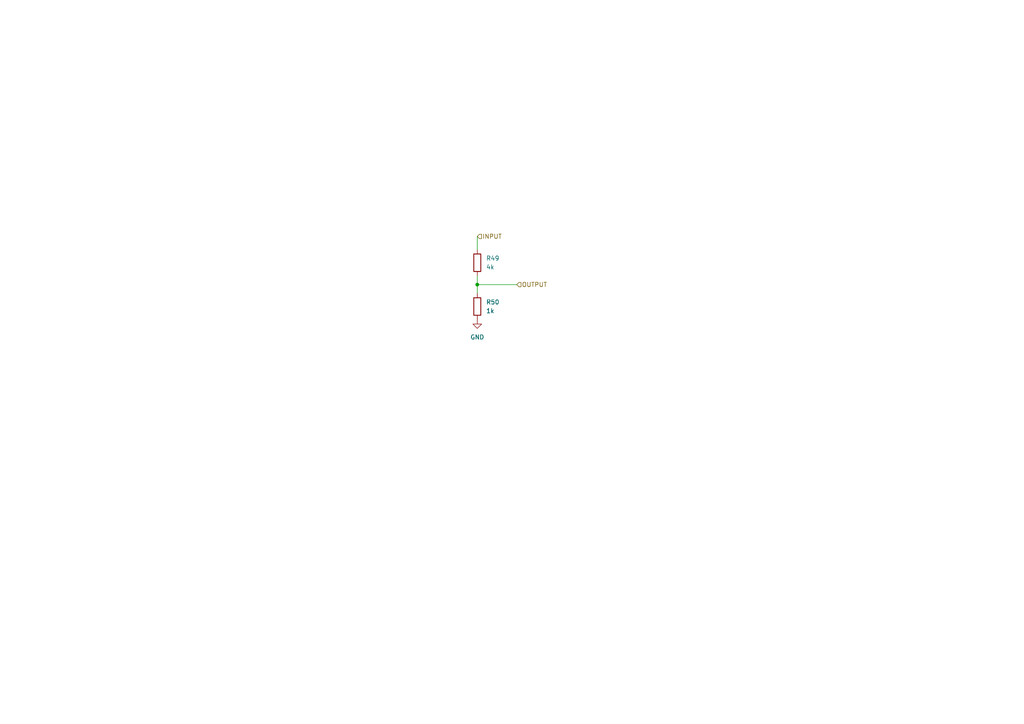
<source format=kicad_sch>
(kicad_sch (version 20250114) (generator "eeschema") (generator_version "9.0")
  (paper "A4")
  (title_block (date "2025-11-05") (rev "1") (company "Purdue Space Program Liquids"))
  (lib_symbols
    (symbol "Device:R" (pin_numbers (hide yes)) (pin_names (offset 0))
      (property "Reference" "R" (at 2.032 0 90))
      (property "Value" "R" (at 0 0 90))
      (symbol "R_0_1"
        (rectangle (start -1.016 -2.54) (end 1.016 2.54) (stroke (width 0.254)))
      )
      (symbol "R_1_1"
        (pin passive line (at 0 3.81 270) (length 1.27) (name "~") (number "1"))
        (pin passive line (at 0 -3.81 90) (length 1.27) (name "~") (number "2"))
      )
    )
    (symbol "power:GND" (power) (pin_numbers (hide yes)) (pin_names (offset 0) (hide yes))
      (property "Value" "GND" (at 0 -3.81 0))
      (symbol "GND_0_1"
        (polyline (pts (xy 0 0) (xy 0 -1.27) (xy 1.27 -1.27) (xy 0 -2.54) (xy -1.27 -1.27) (xy 0 -1.27)))
      )
      (symbol "GND_1_1"
        (pin power_in line (at 0 0 270) (length 0) (name "~") (number "1"))
      )
    )
  )
  (junction (at 138.43 82.55))
  (wire (pts (xy 138.43 68.58) (xy 138.43 72.39)))
  (wire (pts (xy 138.43 82.55) (xy 138.43 85.09)))
  (wire (pts (xy 149.86 82.55) (xy 138.43 82.55)))
  (wire (pts (xy 138.43 80.01) (xy 138.43 82.55)))
  (hierarchical_label "OUTPUT" (shape input) (at 149.86 82.55 0))
  (hierarchical_label "INPUT" (shape input) (at 138.43 68.58 0))
  (symbol (lib_id "Device:R") (at 138.43 88.9 0) (unit 1)
    (property "Reference" "R50" (at 140.97 87.6299 0) (effects (justify left)))
    (property "Value" "1k" (at 140.97 90.1699 0) (effects (justify left)))
    (property "Footprint" "Resistor_SMD:R_0603_1608Metric" (effects (hide yes)))
    (property "Description" "Resistor" (effects (hide yes)))
    (property "DIGIKEY PART N" "YAG1237CT-ND" (effects (hide yes)))
  )
  (symbol (lib_id "power:GND") (at 138.43 92.71 0) (unit 1)
    (property "Reference" "#PWR062" (effects (hide yes)))
    (property "Value" "GND" (at 138.43 97.79 0))
    (property "Description" "Power symbol creates a global label with name \"GND\" , ground" (effects (hide yes)))
  )
  (symbol (lib_id "Device:R") (at 138.43 76.2 0) (unit 1)
    (property "Reference" "R49" (at 140.97 74.9299 0) (effects (justify left)))
    (property "Value" "4k" (at 140.97 77.4699 0) (effects (justify left)))
    (property "Footprint" "Resistor_SMD:R_0603_1608Metric" (effects (hide yes)))
    (property "Description" "Resistor" (effects (hide yes)))
  )
)
</source>
